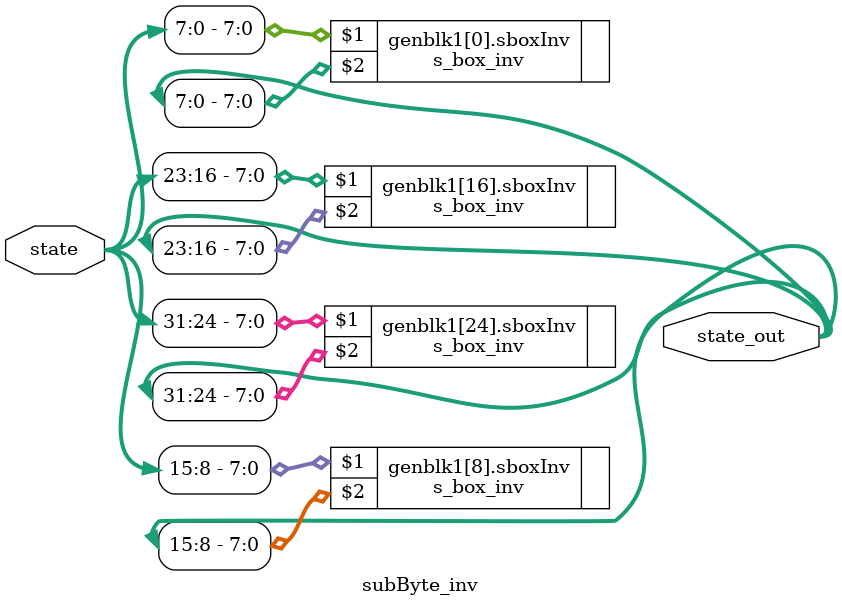
<source format=v>

/*
*
*	Creator : Ahmad Hegazy <github.com/ahegazy> <ahegazipro@gmail.com>
*
*	Date: September 2018
* 
* Description: substitue a single byte using the inverse substitue box step in AES encryption/Decryption.
* Language: Verilog
*
*/

module subByte_inv
	(
	input wire [31:0] state,
	output wire  [31:0]state_out
	);



////////////////////////////////////////////////


/* cannot instantiate instances inisde initial block. */

genvar itr;
genvar jtr;
generate
		for (itr = 0 ; itr <= 31; itr = itr+8)
					s_box_inv sboxInv (state[itr +:8] , state_out[itr +:8]);
endgenerate


////////////////////////////////////////////////



endmodule




</source>
